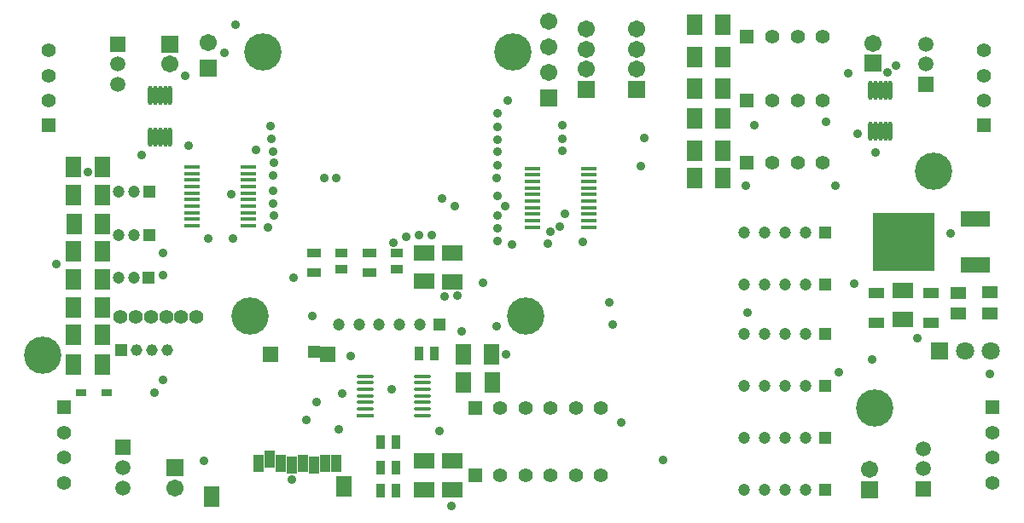
<source format=gbs>
%FSTAX23Y23*%
%MOIN*%
%SFA1B1*%

%IPPOS*%
%AMD91*
4,1,8,0.025100,0.007500,-0.025100,0.007500,-0.032600,0.000000,-0.032600,0.000000,-0.025100,-0.007500,0.025100,-0.007500,0.032600,0.000000,0.032600,0.000000,0.025100,0.007500,0.0*
1,1,0.014992,0.025100,0.000000*
1,1,0.014992,-0.025100,0.000000*
1,1,0.014992,-0.025100,0.000000*
1,1,0.014992,0.025100,0.000000*
%
%ADD29R,0.059378X0.047500*%
%ADD43R,0.047244X0.047244*%
%ADD50R,0.061937X0.083197*%
%ADD52R,0.059181X0.051307*%
%ADD63C,0.047244*%
%ADD64C,0.070992*%
%ADD65R,0.070992X0.070992*%
%ADD66C,0.067055*%
%ADD67R,0.067055X0.067055*%
%ADD68C,0.055118*%
%ADD69R,0.055118X0.055118*%
%ADD70C,0.059181*%
%ADD71R,0.059181X0.059181*%
%ADD72C,0.045275*%
%ADD73R,0.045275X0.045275*%
%ADD74C,0.055559*%
%ADD75R,0.055118X0.055118*%
%ADD76C,0.145795*%
%ADD77C,0.035559*%
%ADD90R,0.037594X0.053394*%
G04~CAMADD=91~8~0.0~0.0~651.7~149.9~75.0~0.0~15~0.0~0.0~0.0~0.0~0~0.0~0.0~0.0~0.0~0~0.0~0.0~0.0~0.0~651.7~149.9*
%ADD91D91*%
%ADD92R,0.065173X0.014992*%
%ADD97R,0.062992X0.041339*%
%ADD99R,0.118110X0.062992*%
%ADD100R,0.244094X0.228346*%
%ADD102R,0.057087X0.037401*%
%ADD103R,0.049689X0.031815*%
%ADD104R,0.062992X0.011811*%
%ADD105R,0.083197X0.061937*%
%ADD106R,0.039496X0.067055*%
%ADD107R,0.059181X0.063118*%
%ADD108R,0.047370X0.045401*%
%ADD109R,0.063118X0.082803*%
%ADD110R,0.039496X0.031622*%
%ADD111O,0.019811X0.074929*%
%LNpcb1-1*%
%LPD*%
G54D29*
X11524Y04346D03*
Y04263D03*
G54D43*
X11003Y04582D03*
Y03777D03*
Y04183D03*
Y03574D03*
Y04379D03*
Y0398D03*
X08362Y0474D03*
Y04572D03*
X08361Y04403D03*
X09498Y04222D03*
G54D50*
X08067Y04066D03*
X08179D03*
X08067Y04508D03*
X08179D03*
X08068Y04397D03*
X08179D03*
X08067Y04182D03*
X08179D03*
X0807Y04616D03*
X08181D03*
X08068Y04289D03*
X08179D03*
X10492Y05268D03*
X10604D03*
X10492Y05145D03*
X10604D03*
X10492Y04901D03*
X10604D03*
X10492Y05393D03*
X10604D03*
X10492Y05029D03*
X10604D03*
X10492Y04793D03*
X10604D03*
X09701Y04104D03*
X09589D03*
X09703Y03994D03*
X09591D03*
X08068Y04838D03*
X08179D03*
X08068Y04728D03*
X08179D03*
G54D52*
X11645Y04348D03*
Y04265D03*
G54D63*
X10688Y04582D03*
X10767D03*
X10846D03*
X10925D03*
X10688Y03777D03*
X10767D03*
X10846D03*
X10925D03*
X10688Y04183D03*
X10767D03*
X10846D03*
X10925D03*
X10688Y03574D03*
X10767D03*
X10846D03*
X10925D03*
X10688Y04379D03*
X10767D03*
X10846D03*
X10925D03*
X10688Y0398D03*
X10767D03*
X10846D03*
X10925D03*
X08244Y0474D03*
X08303D03*
X08244Y04572D03*
X08303D03*
X08243Y04403D03*
X08302D03*
X09104Y04222D03*
X09183D03*
X09261D03*
X0934D03*
X09419D03*
G54D64*
X11651Y04119D03*
X11551D03*
G54D65*
X11451Y04119D03*
G54D66*
X10268Y05377D03*
Y0522D03*
Y05299D03*
X1007Y05377D03*
Y0522D03*
Y05299D03*
X09924Y05409D03*
Y05309D03*
Y05209D03*
X08592Y05326D03*
X11189Y05322D03*
X11176Y03655D03*
X08444Y0524D03*
X08464Y03582D03*
G54D67*
X10268Y05141D03*
X1007D03*
X09924Y05109D03*
X08592Y05226D03*
X11189Y05244D03*
X11176Y03576D03*
X08444Y05318D03*
X08464Y03661D03*
G54D68*
X10127Y03893D03*
X10029D03*
X09931D03*
X09832D03*
X09734D03*
X10127Y03631D03*
X10029D03*
X09931D03*
X09832D03*
X09734D03*
X10797Y05347D03*
X10895D03*
X10994D03*
X10797Y05098D03*
X10895D03*
X10994D03*
X10797Y04853D03*
X10895D03*
X10994D03*
X0797Y05098D03*
Y05196D03*
Y05295D03*
X08031Y03799D03*
Y037D03*
Y03602D03*
X11655Y03799D03*
Y037D03*
Y03602D03*
X11624Y05098D03*
Y05196D03*
Y05295D03*
G54D69*
X09635Y03893D03*
Y03631D03*
X10698Y05347D03*
Y05098D03*
Y04853D03*
G54D70*
X0824Y05161D03*
Y0524D03*
X08259Y03582D03*
Y03661D03*
X11387Y03736D03*
Y03657D03*
X11395Y05318D03*
Y0524D03*
G54D71*
X0824Y05318D03*
X08259Y0374D03*
X11387Y03578D03*
X11395Y05161D03*
G54D72*
X08432Y04121D03*
X08373D03*
X08313D03*
G54D73*
X08254Y04121D03*
G54D74*
X08251Y04251D03*
X08311D03*
X0837D03*
X08429D03*
X08488D03*
X08547D03*
G54D75*
X0797Y05D03*
X08031Y03897D03*
X11655D03*
X11624Y05D03*
G54D76*
X11428Y04821D03*
X11196Y03893D03*
X07948Y04102D03*
X09832Y04253D03*
X08756D03*
X08806Y05287D03*
X09783D03*
G54D77*
X09092Y04794D03*
X09045Y04793D03*
X09721Y04794D03*
X11057Y04033D03*
X11187Y04083D03*
X09316Y04542D03*
X08382Y03956D03*
X09921Y04539D03*
X08658Y05285D03*
X08683Y04732D03*
X08825Y046D03*
X08849Y04647D03*
X09466Y0457D03*
X09417Y0457D03*
X09365Y04565D03*
X10701Y04267D03*
X09495Y03805D03*
X08517Y04921D03*
X11645Y04027D03*
X09986Y04654D03*
X08837Y04998D03*
X08839Y04947D03*
X08779Y04905D03*
X08122Y04818D03*
X09515Y0433D03*
X09566Y04334D03*
X08577Y03688D03*
X112Y04896D03*
X11492Y04578D03*
X11246Y05208D03*
X11279Y05236D03*
X08925Y04405D03*
X09Y04255D03*
X09311Y03968D03*
X09118Y03952D03*
X09149Y04098D03*
X0972Y04216D03*
X10283Y04842D03*
X09967Y04603D03*
X0993Y04583D03*
X10055Y04543D03*
X11007Y05015D03*
X10161Y04307D03*
X10173Y0422D03*
X09102Y03811D03*
X0885Y04854D03*
X08848Y04897D03*
X08333Y04884D03*
X08417Y04413D03*
Y04501D03*
X11118Y04381D03*
X11364Y04168D03*
X09582Y04196D03*
X10295Y04952D03*
X09976Y04901D03*
X09724Y04996D03*
X09976Y04948D03*
Y05D03*
X1037Y03692D03*
X11043Y04763D03*
X10692D03*
X09724Y04944D03*
X09763Y05098D03*
X09724Y05048D03*
Y04598D03*
X09665Y04385D03*
X09779Y04535D03*
X09756Y04104D03*
X11129Y04968D03*
X09543Y03511D03*
X08848Y04744D03*
Y04696D03*
Y04803D03*
X10206Y03838D03*
X0869Y04557D03*
X08592D03*
X09557Y04685D03*
X09724Y04724D03*
X09753Y04685D03*
X09724Y04649D03*
X08503Y05196D03*
X08919Y03614D03*
X08415Y04005D03*
X08978Y03848D03*
X09015Y03917D03*
X08001Y04458D03*
X087Y05393D03*
X10728Y05D03*
X09724Y04547D03*
X09507Y04714D03*
X11092Y05206D03*
X09724Y04846D03*
Y04897D03*
G54D90*
X09326Y03572D03*
X09265D03*
Y03662D03*
X09326D03*
X09267Y0376D03*
X09328D03*
X09415Y04107D03*
X09476D03*
G54D91*
X09431Y03866D03*
Y03891D03*
Y03917D03*
Y03942D03*
Y03968D03*
Y03994D03*
Y04019D03*
X09208D03*
Y03994D03*
Y03968D03*
Y03942D03*
Y03917D03*
Y03891D03*
G54D92*
X09208Y03866D03*
G54D97*
X11418Y04227D03*
Y04343D03*
X11202D03*
Y04227D03*
G54D99*
X11589Y04453D03*
Y04633D03*
G54D100*
X1131Y04543D03*
G54D102*
X09222Y04501D03*
Y04424D03*
X09005Y04501D03*
Y04424D03*
G54D103*
X0933Y04438D03*
Y04501D03*
X09114Y04438D03*
Y04501D03*
G54D104*
X08751Y04608D03*
Y04633D03*
Y04659D03*
Y04685D03*
Y0471D03*
Y04736D03*
Y04761D03*
Y04787D03*
Y04812D03*
Y04838D03*
X08531Y04608D03*
Y04633D03*
Y04659D03*
Y04685D03*
Y0471D03*
Y04736D03*
Y04761D03*
Y04787D03*
Y04812D03*
Y04838D03*
X09861Y04832D03*
Y04807D03*
Y04781D03*
Y04755D03*
Y0473D03*
Y04704D03*
Y04679D03*
Y04653D03*
Y04627D03*
Y04602D03*
X10081Y04832D03*
Y04807D03*
Y04781D03*
Y04755D03*
Y0473D03*
Y04704D03*
Y04679D03*
Y04653D03*
Y04627D03*
Y04602D03*
G54D105*
X09547Y04501D03*
Y04389D03*
X09437Y04501D03*
Y0439D03*
X11307Y04353D03*
Y04241D03*
X09547Y03575D03*
Y03687D03*
X09438Y03575D03*
Y03687D03*
G54D106*
X09092Y03679D03*
X09049D03*
X09005Y03671D03*
X08962Y03679D03*
X08919Y03671D03*
X08875Y03679D03*
X08832Y03694D03*
X08789Y03679D03*
G54D107*
X0906Y04106D03*
X08836D03*
G54D108*
X09005Y04115D03*
G54D109*
X09123Y03588D03*
X08605Y03549D03*
G54D110*
X08098Y03956D03*
X08196D03*
G54D111*
X08444Y04956D03*
X08425D03*
X08405D03*
X08385D03*
X08366D03*
X08444Y05118D03*
X08425D03*
X08405D03*
X08385D03*
X08366D03*
X11258Y04978D03*
X11239D03*
X11219D03*
X11199D03*
X1118D03*
X11258Y05139D03*
X11239D03*
X11219D03*
X11199D03*
X1118D03*
M02*
</source>
